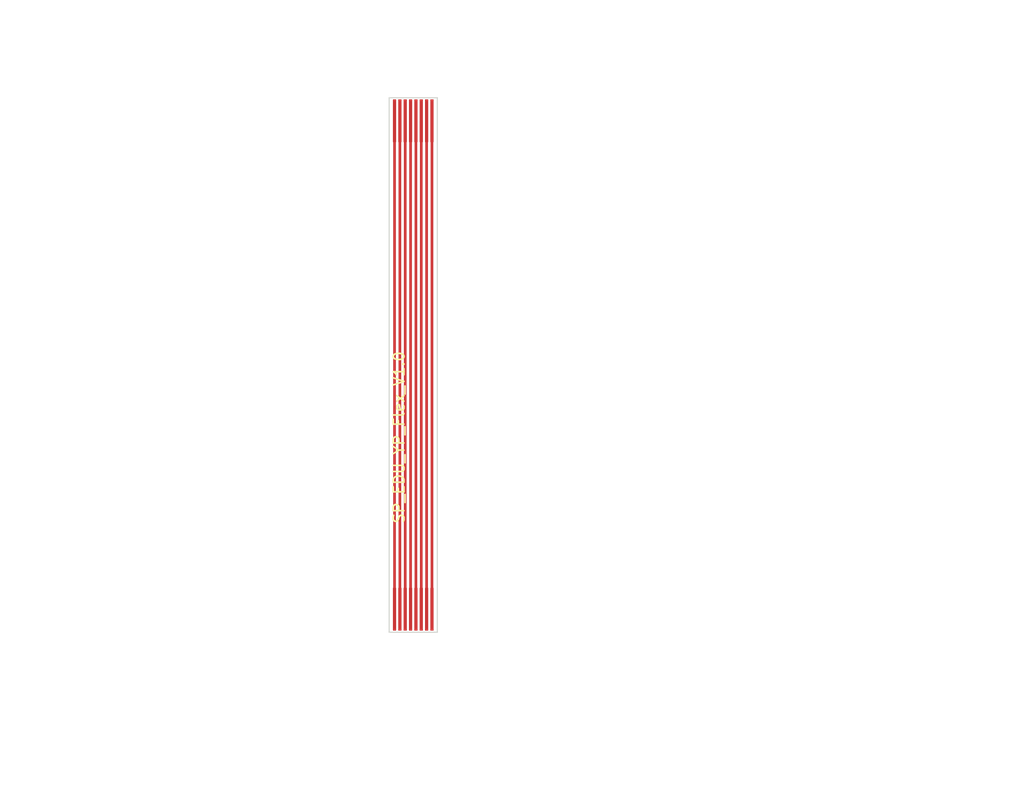
<source format=kicad_pcb>
(kicad_pcb (version 20240108) (generator "pcbnew") (generator_version "8.0")
  (layers (0 "F.Cu" signal) (31 "B.Cu" signal) (34 "B.Paste" user) (35 "F.Paste" user) (36 "B.SilkS" user "B.Silkscreen") (37 "F.SilkS" user "F.Silkscreen") (38 "B.Mask" user) (39 "F.Mask" user) (44 "Edge.Cuts" user))
  (net 0 "")
  (net 1 "8")
  (net 2 "7")
  (net 3 "6")
  (net 4 "5")
  (net 5 "4")
  (net 6 "3")
  (net 7 "2")
  (net 8 "1")
  (footprint "STS_connector:flexpcb con." (layer "F.Cu") (at 127.5 103.85 180)
    (property "Reference" "J2" (hide yes))
    (property "Value" "Conn_01x08_Male")
    (pad "1" smd rect (at 0.5 -2 180) (size 0.3 4) (layers "F.Cu" "F.Paste" "F.Mask") (net 8 "1"))
    (pad "2" smd rect (at 1 -2 180) (size 0.3 4) (layers "F.Cu" "F.Paste" "F.Mask") (net 7 "2"))
    (pad "3" smd rect (at 1.5 -2 180) (size 0.3 4) (layers "F.Cu" "F.Paste" "F.Mask") (net 6 "3"))
    (pad "4" smd rect (at 2 -2 180) (size 0.3 4) (layers "F.Cu" "F.Paste" "F.Mask") (net 5 "4"))
    (pad "5" smd rect (at 2.5 -2 180) (size 0.3 4) (layers "F.Cu" "F.Paste" "F.Mask") (net 4 "5"))
    (pad "6" smd rect (at 3 -2 180) (size 0.3 4) (layers "F.Cu" "F.Paste" "F.Mask") (net 3 "6"))
    (pad "7" smd rect (at 3.5 -2 180) (size 0.3 4) (layers "F.Cu" "F.Paste" "F.Mask") (net 2 "7"))
    (pad "8" smd rect (at 4 -2 180) (size 0.3 4) (layers "F.Cu" "F.Paste" "F.Mask") (net 1 "8"))
  )
  (footprint "STS_connector:flexpcb con." (layer "F.Cu") (at 123 62.15)
    (property "Reference" "J1" (hide yes))
    (property "Value" "Conn_01x08_Male")
    (pad "1" smd rect (at 0.5 -2) (size 0.3 4) (layers "F.Cu" "F.Paste" "F.Mask") (net 1 "8"))
    (pad "2" smd rect (at 1 -2) (size 0.3 4) (layers "F.Cu" "F.Paste" "F.Mask") (net 2 "7"))
    (pad "3" smd rect (at 1.5 -2) (size 0.3 4) (layers "F.Cu" "F.Paste" "F.Mask") (net 3 "6"))
    (pad "4" smd rect (at 2 -2) (size 0.3 4) (layers "F.Cu" "F.Paste" "F.Mask") (net 4 "5"))
    (pad "5" smd rect (at 2.5 -2) (size 0.3 4) (layers "F.Cu" "F.Paste" "F.Mask") (net 5 "4"))
    (pad "6" smd rect (at 3 -2) (size 0.3 4) (layers "F.Cu" "F.Paste" "F.Mask") (net 6 "3"))
    (pad "7" smd rect (at 3.5 -2) (size 0.3 4) (layers "F.Cu" "F.Paste" "F.Mask") (net 7 "2"))
    (pad "8" smd rect (at 4 -2) (size 0.3 4) (layers "F.Cu" "F.Paste" "F.Mask") (net 8 "1"))
  )
  (gr_line (start 123 108) (end 127.5 108) (stroke (width 0.1)) (layer "Edge.Cuts"))
  (gr_line (start 123 58) (end 123 108) (stroke (width 0.1)) (layer "Edge.Cuts"))
  (gr_line (start 123 58) (end 127.5 58) (stroke (width 0.1)) (layer "Edge.Cuts"))
  (gr_line (start 127.5 58) (end 127.5 108) (stroke (width 0.1)) (layer "Edge.Cuts"))
  (gr_text "SP_EDU_YP_Flex_V1.0" (at 124.5108 97.917 90) (layer "F.SilkS") (effects (font (size 1 1)) (justify left bottom)))
  (segment (start 123.5 60.15) (end 123.5 105.85) (width 0.25) (layer "F.Cu") (net 1))
  (segment (start 124 105.85) (end 124 60.15) (width 0.25) (layer "F.Cu") (net 2))
  (segment (start 124.5 60.15) (end 124.5 105.85) (width 0.25) (layer "F.Cu") (net 3))
  (segment (start 125 105.85) (end 125 60.15) (width 0.25) (layer "F.Cu") (net 4))
  (segment (start 125.5 60.15) (end 125.5 105.85) (width 0.25) (layer "F.Cu") (net 5))
  (segment (start 126 105.85) (end 126 60.15) (width 0.25) (layer "F.Cu") (net 6))
  (segment (start 126.5 60.15) (end 126.5 105.85) (width 0.25) (layer "F.Cu") (net 7))
  (segment (start 127 105.85) (end 127 60.15) (width 0.25) (layer "F.Cu") (net 8))
)
</source>
